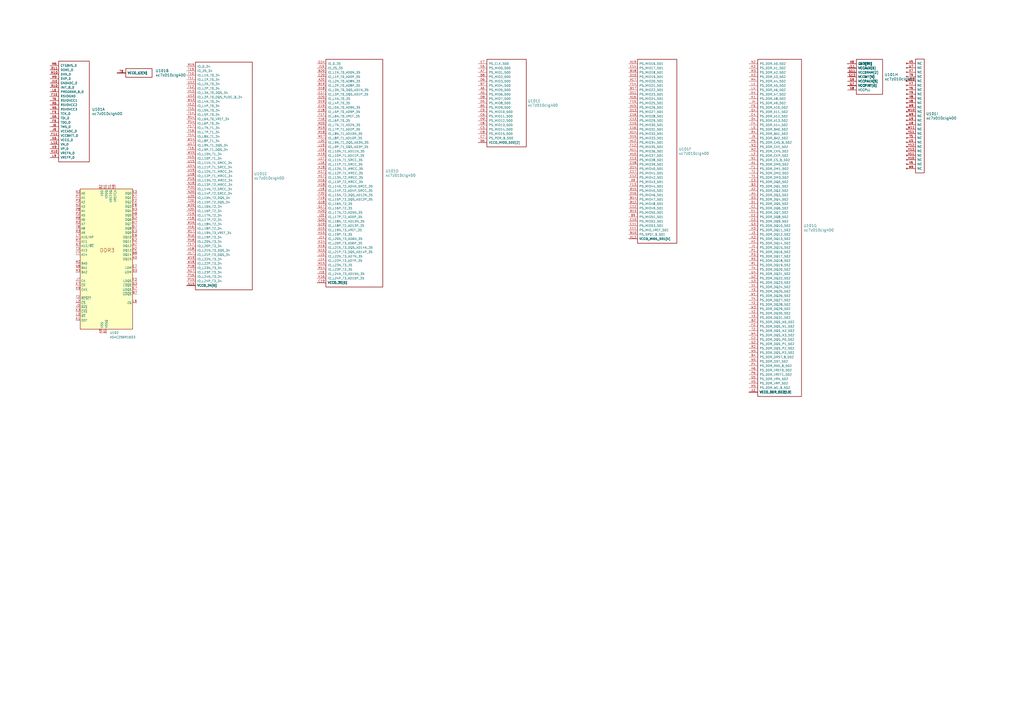
<source format=kicad_sch>
(kicad_sch (version 20230121) (generator eeschema)
  (paper "A2")
  (lib_symbols
    (symbol "Memory_RAM:AS4C256M16D3"
      (property "Reference" "U" (at -13.97 41.91 0))
      (property "Value" "AS4C256M16D3" (at 13.97 41.91 0))
      (symbol "AS4C256M16D3_0_1"
        (rectangle (start -15.24 -40.64) (end 15.24 40.64) (stroke (width 0.254)) (fill (type background)))
        (pin power_in line (at 0 43.18 270) (length 2.54) (name "VDDQ") (number "A1"))
        (pin passive line (at 0 43.18 270) (length 2.54) hide (name "VDDQ") (number "A8"))
        (pin power_in line (at -2.54 -43.18 90) (length 2.54) (name "VSS") (number "A9"))
        (pin power_in line (at 0 -43.18 90) (length 2.54) (name "VSSQ") (number "B1"))
        (pin power_in line (at -2.54 43.18 270) (length 2.54) (name "VDD") (number "B2"))
        (pin passive line (at -2.54 -43.18 90) (length 2.54) hide (name "VSS") (number "B3"))
        (pin passive line (at 0 -43.18 90) (length 2.54) hide (name "VSSQ") (number "B9"))
        (pin passive line (at 0 43.18 270) (length 2.54) hide (name "VDDQ") (number "C1"))
        (pin passive line (at 0 43.18 270) (length 2.54) hide (name "VDDQ") (number "C9"))
        (pin passive line (at 0 -43.18 90) (length 2.54) hide (name "VSSQ") (number "D1"))
        (pin passive line (at 0 43.18 270) (length 2.54) hide (name "VDDQ") (number "D2"))
        (pin passive line (at 0 -43.18 90) (length 2.54) hide (name "VSSQ") (number "D8"))
        (pin passive line (at -2.54 43.18 270) (length 2.54) hide (name "VDD") (number "D9"))
        (pin passive line (at -2.54 -43.18 90) (length 2.54) hide (name "VSS") (number "E1"))
        (pin passive line (at 0 -43.18 90) (length 2.54) hide (name "VSSQ") (number "E2"))
        (pin bidirectional line (at 17.78 38.1 180) (length 2.54) (name "DQ0") (number "E3"))
        (pin passive line (at 0 -43.18 90) (length 2.54) hide (name "VSSQ") (number "E8"))
        (pin passive line (at 0 43.18 270) (length 2.54) hide (name "VDDQ") (number "E9"))
        (pin passive line (at 0 43.18 270) (length 2.54) hide (name "VDDQ") (number "F1"))
        (pin bidirectional line (at 17.78 33.02 180) (length 2.54) (name "DQ2") (number "F2"))
        (pin bidirectional line (at 17.78 35.56 180) (length 2.54) (name "DQ1") (number "F7"))
        (pin bidirectional line (at 17.78 30.48 180) (length 2.54) (name "DQ3") (number "F8"))
        (pin passive line (at 0 -43.18 90) (length 2.54) hide (name "VSSQ") (number "F9"))
        (pin passive line (at 0 -43.18 90) (length 2.54) hide (name "VSSQ") (number "G1"))
        (pin bidirectional line (at 17.78 22.86 180) (length 2.54) (name "DQ6") (number "G2"))
        (pin passive line (at -2.54 43.18 270) (length 2.54) hide (name "VDD") (number "G7"))
        (pin passive line (at -2.54 -43.18 90) (length 2.54) hide (name "VSS") (number "G8"))
        (pin passive line (at 0 -43.18 90) (length 2.54) hide (name "VSSQ") (number "G9"))
        (pin power_in line (at 2.54 43.18 270) (length 2.54) (name "VREFDQ") (number "H1"))
        (pin passive line (at 0 43.18 270) (length 2.54) hide (name "VDDQ") (number "H2"))
        (pin bidirectional line (at 17.78 27.94 180) (length 2.54) (name "DQ4") (number "H3"))
        (pin bidirectional line (at 17.78 20.32 180) (length 2.54) (name "DQ7") (number "H7"))
        (pin bidirectional line (at 17.78 25.4 180) (length 2.54) (name "DQ5") (number "H8"))
        (pin passive line (at 0 43.18 270) (length 2.54) hide (name "VDDQ") (number "H9"))
        (pin passive line (at -2.54 -43.18 90) (length 2.54) hide (name "VSS") (number "J2"))
        (pin passive line (at -2.54 -43.18 90) (length 2.54) hide (name "VSS") (number "J8"))
        (pin passive line (at -2.54 43.18 270) (length 2.54) hide (name "VDD") (number "K2"))
        (pin passive line (at -2.54 43.18 270) (length 2.54) hide (name "VDD") (number "K8"))
        (pin input line (at -17.78 -25.4 0) (length 2.54) (name "~{CS}") (number "L2"))
        (pin input line (at -17.78 12.7 0) (length 2.54) (name "A10/AP") (number "L7"))
        (pin passive line (at -2.54 -43.18 90) (length 2.54) hide (name "VSS") (number "M1"))
        (pin passive line (at -2.54 -43.18 90) (length 2.54) hide (name "VSS") (number "M9"))
        (pin passive line (at -2.54 43.18 270) (length 2.54) hide (name "VDD") (number "N1"))
        (pin input line (at -17.78 30.48 0) (length 2.54) (name "A3") (number "N2"))
        (pin input line (at -17.78 38.1 0) (length 2.54) (name "A0") (number "N3"))
        (pin input line (at -17.78 7.62 0) (length 2.54) (name "A12/~{BC}") (number "N7"))
        (pin passive line (at -2.54 43.18 270) (length 2.54) hide (name "VDD") (number "N9"))
        (pin passive line (at -2.54 -43.18 90) (length 2.54) hide (name "VSS") (number "P1"))
        (pin input line (at -17.78 25.4 0) (length 2.54) (name "A5") (number "P2"))
        (pin input line (at -17.78 33.02 0) (length 2.54) (name "A2") (number "P3"))
        (pin input line (at -17.78 35.56 0) (length 2.54) (name "A1") (number "P7"))
        (pin input line (at -17.78 27.94 0) (length 2.54) (name "A4") (number "P8"))
        (pin passive line (at -2.54 -43.18 90) (length 2.54) hide (name "VSS") (number "P9"))
        (pin passive line (at -2.54 43.18 270) (length 2.54) hide (name "VDD") (number "R1"))
        (pin input line (at -17.78 20.32 0) (length 2.54) (name "A7") (number "R2"))
        (pin input line (at -17.78 15.24 0) (length 2.54) (name "A9") (number "R3"))
        (pin input line (at -17.78 10.16 0) (length 2.54) (name "A11") (number "R7"))
        (pin input line (at -17.78 22.86 0) (length 2.54) (name "A6") (number "R8"))
        (pin passive line (at -2.54 43.18 270) (length 2.54) hide (name "VDD") (number "R9"))
        (pin passive line (at -2.54 -43.18 90) (length 2.54) hide (name "VSS") (number "T1"))
        (pin input line (at -17.78 -22.86 0) (length 2.54) (name "~{RESET}") (number "T2"))
        (pin input line (at -17.78 5.08 0) (length 2.54) (name "A13") (number "T3"))
        (pin input line (at -17.78 2.54 0) (length 2.54) (name "A14") (number "T7"))
        (pin input line (at -17.78 17.78 0) (length 2.54) (name "A8") (number "T8"))
        (pin passive line (at -2.54 -43.18 90) (length 2.54) hide (name "VSS") (number "T9"))
      )
      (symbol "AS4C256M16D3_1_1"
        (text "DDR3" (at -3.81 3.81 0) (effects (font (size 2.1336 2.1336)) (justify left bottom)))
        (pin bidirectional line (at 17.78 5.08 180) (length 2.54) (name "DQ13") (number "A2"))
        (pin bidirectional line (at 17.78 0 180) (length 2.54) (name "DQ15") (number "A3"))
        (pin bidirectional line (at 17.78 7.62 180) (length 2.54) (name "DQ12") (number "A7"))
        (pin bidirectional line (at 17.78 -20.32 180) (length 2.54) (name "~{UDQS}") (number "B7"))
        (pin bidirectional line (at 17.78 2.54 180) (length 2.54) (name "DQ14") (number "B8"))
        (pin bidirectional line (at 17.78 10.16 180) (length 2.54) (name "DQ11") (number "C2"))
        (pin bidirectional line (at 17.78 15.24 180) (length 2.54) (name "DQ9") (number "C3"))
        (pin bidirectional line (at 17.78 -17.78 180) (length 2.54) (name "UDQS") (number "C7"))
        (pin bidirectional line (at 17.78 12.7 180) (length 2.54) (name "DQ10") (number "C8"))
        (pin input line (at 17.78 -7.62 180) (length 2.54) (name "UDM") (number "D3"))
        (pin bidirectional line (at 17.78 17.78 180) (length 2.54) (name "DQ8") (number "D7"))
        (pin input line (at 17.78 -5.08 180) (length 2.54) (name "LDM") (number "E7"))
        (pin bidirectional line (at 17.78 -12.7 180) (length 2.54) (name "LDQS") (number "F3"))
        (pin bidirectional line (at 17.78 -15.24 180) (length 2.54) (name "~{LDQS}") (number "G3"))
        (pin no_connect line (at 15.24 -27.94 180) (length 2.54) hide (name "NC") (number "J1"))
        (pin input line (at -17.78 -27.94 0) (length 2.54) (name "~{RAS}") (number "J3"))
        (pin input line (at -17.78 -12.7 0) (length 2.54) (name "CK") (number "J7"))
        (pin no_connect line (at 15.24 -30.48 180) (length 2.54) hide (name "NC") (number "J9"))
        (pin input line (at -17.78 -35.56 0) (length 2.54) (name "ODT") (number "K1"))
        (pin input line (at -17.78 -30.48 0) (length 2.54) (name "~{CAS}") (number "K3"))
        (pin input line (at -17.78 -15.24 0) (length 2.54) (name "~{CK}") (number "K7"))
        (pin input line (at -17.78 -17.78 0) (length 2.54) (name "CKE") (number "K9"))
        (pin no_connect line (at 15.24 -33.02 180) (length 2.54) hide (name "NC") (number "L1"))
        (pin input line (at -17.78 -33.02 0) (length 2.54) (name "~{WE}") (number "L3"))
        (pin input line (at 17.78 -25.4 180) (length 2.54) (name "ZQ") (number "L8"))
        (pin no_connect line (at 15.24 -35.56 180) (length 2.54) hide (name "NC") (number "L9"))
        (pin input line (at -17.78 -2.54 0) (length 2.54) (name "BA0") (number "M2"))
        (pin input line (at -17.78 -7.62 0) (length 2.54) (name "BA2") (number "M3"))
        (pin no_connect line (at 15.24 -38.1 180) (length 2.54) hide (name "NC") (number "M7"))
        (pin power_in line (at 5.08 43.18 270) (length 2.54) (name "VREFCA") (number "M8"))
        (pin input line (at -17.78 -5.08 0) (length 2.54) (name "BA1") (number "N8"))
      )
    )
    (symbol "assorted:xc7z010clg400" (pin_names (offset 1.016))
      (property "Reference" "U" (at 5.08 5.08 0))
      (property "Value" "xc7z010clg400" (at 11.43 5.08 0))
      (symbol "xc7z010clg400_1_1"
        (rectangle (start 5.08 2.54) (end 22.86 -55.88) (stroke (width 0.3048)))
        (pin power_in line (at 0 -17.78 0) (length 5.08) (name "RSVDGND") (number "F10"))
        (pin power_in line (at 0 -40.64 0) (length 5.08) (name "VCCBATT_0") (number "F11"))
        (pin output line (at 0 -33.02 0) (length 5.08) (name "TDO_0") (number "F6"))
        (pin input line (at 0 -27.94 0) (length 5.08) (name "TCK_0") (number "F9"))
        (pin input line (at 0 -30.48 0) (length 5.08) (name "TDI_0") (number "G6"))
        (pin power_in line (at 0 -10.16 0) (length 5.08) (name "GNDADC_0") (number "J10"))
        (pin input line (at 0 -35.56 0) (length 5.08) (name "TMS_0") (number "J6"))
        (pin power_in line (at 0 -38.1 0) (length 5.08) (name "VCCADC_0") (number "J9"))
        (pin input line (at 0 -50.8 0) (length 5.08) (name "VREFN_0") (number "K10"))
        (pin power_in line (at 0 -43.18 0) (length 5.08) (name "VCCO_0") (number "K6"))
        (pin input line (at 0 -48.26 0) (length 5.08) (name "VP_0") (number "K9"))
        (pin input line (at 0 -45.72 0) (length 5.08) (name "VN_0") (number "L10"))
        (pin input line (at 0 -15.24 0) (length 5.08) (name "PROGRAM_B_0") (number "L6"))
        (pin input line (at 0 -53.34 0) (length 5.08) (name "VREFP_0") (number "L9"))
        (pin passive line (at 0 -5.08 0) (length 5.08) (name "DXN_0") (number "M10"))
        (pin input line (at 0 0 0) (length 5.08) (name "CFGBVS_0") (number "M6"))
        (pin passive line (at 0 -7.62 0) (length 5.08) (name "DXP_0") (number "M9"))
        (pin power_in line (at 0 -25.4 0) (length 5.08) (name "RSVDVCC3") (number "N6"))
        (pin input line (at 0 -12.7 0) (length 5.08) (name "INIT_B_0") (number "R10"))
        (pin output line (at 0 -2.54 0) (length 5.08) (name "DONE_0") (number "R11"))
        (pin power_in line (at 0 -22.86 0) (length 5.08) (name "RSVDVCC2") (number "R6"))
        (pin power_in line (at 0 -20.32 0) (length 5.08) (name "RSVDVCC1") (number "T6"))
      )
      (symbol "xc7z010clg400_2_1"
        (rectangle (start 5.08 2.54) (end 20.32 -2.54) (stroke (width 0.3048)))
        (pin power_in line (at 0 0 0) (length 5.08) (name "VCCO_13[4]") (number "T8"))
        (pin power_in line (at 0 0 0) (length 5.08) (name "VCCO_13[4]") (number "U11"))
        (pin power_in line (at 0 0 0) (length 5.08) (name "VCCO_13[4]") (number "W7"))
        (pin power_in line (at 0 0 0) (length 5.08) (name "VCCO_13[4]") (number "Y10"))
      )
      (symbol "xc7z010clg400_3_1"
        (rectangle (start 5.08 2.54) (end 38.1 -129.54) (stroke (width 0.3048)))
        (pin bidirectional line (at 0 -119.38 0) (length 5.08) (name "IO_L23P_T3_34") (number "N17"))
        (pin bidirectional line (at 0 -68.58 0) (length 5.08) (name "IO_L13P_T2_MRCC_34") (number "N18"))
        (pin power_in line (at 0 -127 0) (length 5.08) (name "VCCO_34[6]") (number "N19"))
        (pin bidirectional line (at 0 -73.66 0) (length 5.08) (name "IO_L14P_T2_SRCC_34") (number "N20"))
        (pin bidirectional line (at 0 -33.02 0) (length 5.08) (name "IO_L6P_T0_34") (number "P14"))
        (pin bidirectional line (at 0 -124.46 0) (length 5.08) (name "IO_L24P_T3_34") (number "P15"))
        (pin bidirectional line (at 0 -121.92 0) (length 5.08) (name "IO_L24N_T3_34") (number "P16"))
        (pin bidirectional line (at 0 -116.84 0) (length 5.08) (name "IO_L23N_T3_34") (number "P18"))
        (pin bidirectional line (at 0 -66.04 0) (length 5.08) (name "IO_L13N_T2_MRCC_34") (number "P19"))
        (pin bidirectional line (at 0 -71.12 0) (length 5.08) (name "IO_L14N_T2_SRCC_34") (number "P20"))
        (pin bidirectional line (at 0 -30.48 0) (length 5.08) (name "IO_L6N_T0_VREF_34") (number "R14"))
        (pin power_in line (at 0 -127 0) (length 5.08) (name "VCCO_34[6]") (number "R15"))
        (pin bidirectional line (at 0 -99.06 0) (length 5.08) (name "IO_L19P_T3_34") (number "R16"))
        (pin bidirectional line (at 0 -96.52 0) (length 5.08) (name "IO_L19N_T3_VREF_34") (number "R17"))
        (pin bidirectional line (at 0 -101.6 0) (length 5.08) (name "IO_L20N_T3_34") (number "R18"))
        (pin bidirectional line (at 0 0 0) (length 5.08) (name "IO_0_34") (number "R19"))
        (pin bidirectional line (at 0 -5.08 0) (length 5.08) (name "IO_L1N_T0_34") (number "T10"))
        (pin bidirectional line (at 0 -7.62 0) (length 5.08) (name "IO_L1P_T0_34") (number "T11"))
        (pin bidirectional line (at 0 -12.7 0) (length 5.08) (name "IO_L2P_T0_34") (number "T12"))
        (pin bidirectional line (at 0 -27.94 0) (length 5.08) (name "IO_L5P_T0_34") (number "T14"))
        (pin bidirectional line (at 0 -25.4 0) (length 5.08) (name "IO_L5N_T0_34") (number "T15"))
        (pin bidirectional line (at 0 -48.26 0) (length 5.08) (name "IO_L9P_T1_DQS_34") (number "T16"))
        (pin bidirectional line (at 0 -104.14 0) (length 5.08) (name "IO_L20P_T3_34") (number "T17"))
        (pin power_in line (at 0 -127 0) (length 5.08) (name "VCCO_34[6]") (number "T18"))
        (pin bidirectional line (at 0 -2.54 0) (length 5.08) (name "IO_25_34") (number "T19"))
        (pin bidirectional line (at 0 -78.74 0) (length 5.08) (name "IO_L15P_T2_DQS_34") (number "T20"))
        (pin bidirectional line (at 0 -10.16 0) (length 5.08) (name "IO_L2N_T0_34") (number "U12"))
        (pin bidirectional line (at 0 -17.78 0) (length 5.08) (name "IO_L3P_T0_DQS_PUDC_B_34") (number "U13"))
        (pin bidirectional line (at 0 -58.42 0) (length 5.08) (name "IO_L11P_T1_SRCC_34") (number "U14"))
        (pin bidirectional line (at 0 -55.88 0) (length 5.08) (name "IO_L11N_T1_SRCC_34") (number "U15"))
        (pin bidirectional line (at 0 -45.72 0) (length 5.08) (name "IO_L9N_T1_DQS_34") (number "U17"))
        (pin bidirectional line (at 0 -63.5 0) (length 5.08) (name "IO_L12P_T1_MRCC_34") (number "U18"))
        (pin bidirectional line (at 0 -60.96 0) (length 5.08) (name "IO_L12N_T1_MRCC_34") (number "U19"))
        (pin bidirectional line (at 0 -76.2 0) (length 5.08) (name "IO_L15N_T2_DQS_34") (number "U20"))
        (pin bidirectional line (at 0 -22.86 0) (length 5.08) (name "IO_L4P_T0_34") (number "V12"))
        (pin bidirectional line (at 0 -15.24 0) (length 5.08) (name "IO_L3N_T0_DQS_34") (number "V13"))
        (pin power_in line (at 0 -127 0) (length 5.08) (name "VCCO_34[6]") (number "V14"))
        (pin bidirectional line (at 0 -53.34 0) (length 5.08) (name "IO_L10P_T1_34") (number "V15"))
        (pin bidirectional line (at 0 -93.98 0) (length 5.08) (name "IO_L18P_T2_34") (number "V16"))
        (pin bidirectional line (at 0 -109.22 0) (length 5.08) (name "IO_L21P_T3_DQS_34") (number "V17"))
        (pin bidirectional line (at 0 -106.68 0) (length 5.08) (name "IO_L21N_T3_DQS_34") (number "V18"))
        (pin bidirectional line (at 0 -83.82 0) (length 5.08) (name "IO_L16P_T2_34") (number "V20"))
        (pin bidirectional line (at 0 -20.32 0) (length 5.08) (name "IO_L4N_T0_34") (number "W13"))
        (pin bidirectional line (at 0 -43.18 0) (length 5.08) (name "IO_L8P_T1_34") (number "W14"))
        (pin bidirectional line (at 0 -50.8 0) (length 5.08) (name "IO_L10N_T1_34") (number "W15"))
        (pin bidirectional line (at 0 -91.44 0) (length 5.08) (name "IO_L18N_T2_34") (number "W16"))
        (pin power_in line (at 0 -127 0) (length 5.08) (name "VCCO_34[6]") (number "W17"))
        (pin bidirectional line (at 0 -114.3 0) (length 5.08) (name "IO_L22P_T3_34") (number "W18"))
        (pin bidirectional line (at 0 -111.76 0) (length 5.08) (name "IO_L22N_T3_34") (number "W19"))
        (pin bidirectional line (at 0 -81.28 0) (length 5.08) (name "IO_L16N_T2_34") (number "W20"))
        (pin bidirectional line (at 0 -40.64 0) (length 5.08) (name "IO_L8N_T1_34") (number "Y14"))
        (pin bidirectional line (at 0 -38.1 0) (length 5.08) (name "IO_L7P_T1_34") (number "Y16"))
        (pin bidirectional line (at 0 -35.56 0) (length 5.08) (name "IO_L7N_T1_34") (number "Y17"))
        (pin bidirectional line (at 0 -88.9 0) (length 5.08) (name "IO_L17P_T2_34") (number "Y18"))
        (pin bidirectional line (at 0 -86.36 0) (length 5.08) (name "IO_L17N_T2_34") (number "Y19"))
        (pin power_in line (at 0 -127 0) (length 5.08) (name "VCCO_34[6]") (number "Y20"))
      )
      (symbol "xc7z010clg400_4_1"
        (rectangle (start 5.08 2.54) (end 38.1 -129.54) (stroke (width 0.3048)))
        (pin bidirectional line (at 0 -10.16 0) (length 5.08) (name "IO_L2N_T0_AD8N_35") (number "A20"))
        (pin bidirectional line (at 0 -12.7 0) (length 5.08) (name "IO_L2P_T0_AD8P_35") (number "B19"))
        (pin bidirectional line (at 0 -5.08 0) (length 5.08) (name "IO_L1N_T0_AD0N_35") (number "B20"))
        (pin power_in line (at 0 -127 0) (length 5.08) (name "VCCO_35[6]") (number "C19"))
        (pin bidirectional line (at 0 -7.62 0) (length 5.08) (name "IO_L1P_T0_AD0P_35") (number "C20"))
        (pin bidirectional line (at 0 -15.24 0) (length 5.08) (name "IO_L3N_T0_DQS_AD1N_35") (number "D18"))
        (pin bidirectional line (at 0 -22.86 0) (length 5.08) (name "IO_L4P_T0_35") (number "D19"))
        (pin bidirectional line (at 0 -20.32 0) (length 5.08) (name "IO_L4N_T0_35") (number "D20"))
        (pin bidirectional line (at 0 -17.78 0) (length 5.08) (name "IO_L3P_T0_DQS_AD1P_35") (number "E17"))
        (pin bidirectional line (at 0 -27.94 0) (length 5.08) (name "IO_L5P_T0_AD9P_35") (number "E18"))
        (pin bidirectional line (at 0 -25.4 0) (length 5.08) (name "IO_L5N_T0_AD9N_35") (number "E19"))
        (pin bidirectional line (at 0 -33.02 0) (length 5.08) (name "IO_L6P_T0_35") (number "F16"))
        (pin bidirectional line (at 0 -30.48 0) (length 5.08) (name "IO_L6N_T0_VREF_35") (number "F17"))
        (pin power_in line (at 0 -127 0) (length 5.08) (name "VCCO_35[6]") (number "F18"))
        (pin bidirectional line (at 0 -78.74 0) (length 5.08) (name "IO_L15P_T2_DQS_AD12P_35") (number "F19"))
        (pin bidirectional line (at 0 -76.2 0) (length 5.08) (name "IO_L15N_T2_DQS_AD12N_35") (number "F20"))
        (pin bidirectional line (at 0 0 0) (length 5.08) (name "IO_0_35") (number "G14"))
        (pin bidirectional line (at 0 -96.52 0) (length 5.08) (name "IO_L19N_T3_VREF_35") (number "G15"))
        (pin bidirectional line (at 0 -83.82 0) (length 5.08) (name "IO_L16P_T2_35") (number "G17"))
        (pin bidirectional line (at 0 -81.28 0) (length 5.08) (name "IO_L16N_T2_35") (number "G18"))
        (pin bidirectional line (at 0 -93.98 0) (length 5.08) (name "IO_L18P_T2_AD13P_35") (number "G19"))
        (pin bidirectional line (at 0 -91.44 0) (length 5.08) (name "IO_L18N_T2_AD13N_35") (number "G20"))
        (pin power_in line (at 0 -127 0) (length 5.08) (name "VCCO_35[6]") (number "H14"))
        (pin bidirectional line (at 0 -99.06 0) (length 5.08) (name "IO_L19P_T3_35") (number "H15"))
        (pin bidirectional line (at 0 -68.58 0) (length 5.08) (name "IO_L13P_T2_MRCC_35") (number "H16"))
        (pin bidirectional line (at 0 -66.04 0) (length 5.08) (name "IO_L13N_T2_MRCC_35") (number "H17"))
        (pin bidirectional line (at 0 -71.12 0) (length 5.08) (name "IO_L14N_T2_AD4N_SRCC_35") (number "H18"))
        (pin bidirectional line (at 0 -86.36 0) (length 5.08) (name "IO_L17N_T2_AD5N_35") (number "H20"))
        (pin bidirectional line (at 0 -101.6 0) (length 5.08) (name "IO_L20N_T3_AD6N_35") (number "J14"))
        (pin bidirectional line (at 0 -2.54 0) (length 5.08) (name "IO_25_35") (number "J15"))
        (pin bidirectional line (at 0 -121.92 0) (length 5.08) (name "IO_L24N_T3_AD15N_35") (number "J16"))
        (pin power_in line (at 0 -127 0) (length 5.08) (name "VCCO_35[6]") (number "J17"))
        (pin bidirectional line (at 0 -73.66 0) (length 5.08) (name "IO_L14P_T2_AD4P_SRCC_35") (number "J18"))
        (pin bidirectional line (at 0 -50.8 0) (length 5.08) (name "IO_L10N_T1_AD11N_35") (number "J19"))
        (pin bidirectional line (at 0 -88.9 0) (length 5.08) (name "IO_L17P_T2_AD5P_35") (number "J20"))
        (pin bidirectional line (at 0 -104.14 0) (length 5.08) (name "IO_L20P_T3_AD6P_35") (number "K14"))
        (pin bidirectional line (at 0 -124.46 0) (length 5.08) (name "IO_L24P_T3_AD15P_35") (number "K16"))
        (pin bidirectional line (at 0 -63.5 0) (length 5.08) (name "IO_L12P_T1_MRCC_35") (number "K17"))
        (pin bidirectional line (at 0 -60.96 0) (length 5.08) (name "IO_L12N_T1_MRCC_35") (number "K18"))
        (pin bidirectional line (at 0 -53.34 0) (length 5.08) (name "IO_L10P_T1_AD11P_35") (number "K19"))
        (pin power_in line (at 0 -127 0) (length 5.08) (name "VCCO_35[6]") (number "K20"))
        (pin bidirectional line (at 0 -114.3 0) (length 5.08) (name "IO_L22P_T3_AD7P_35") (number "L14"))
        (pin bidirectional line (at 0 -111.76 0) (length 5.08) (name "IO_L22N_T3_AD7N_35") (number "L15"))
        (pin bidirectional line (at 0 -58.42 0) (length 5.08) (name "IO_L11P_T1_SRCC_35") (number "L16"))
        (pin bidirectional line (at 0 -55.88 0) (length 5.08) (name "IO_L11N_T1_SRCC_35") (number "L17"))
        (pin bidirectional line (at 0 -48.26 0) (length 5.08) (name "IO_L9P_T1_DQS_AD3P_35") (number "L19"))
        (pin bidirectional line (at 0 -45.72 0) (length 5.08) (name "IO_L9N_T1_DQS_AD3N_35") (number "L20"))
        (pin bidirectional line (at 0 -119.38 0) (length 5.08) (name "IO_L23P_T3_35") (number "M14"))
        (pin bidirectional line (at 0 -116.84 0) (length 5.08) (name "IO_L23N_T3_35") (number "M15"))
        (pin power_in line (at 0 -127 0) (length 5.08) (name "VCCO_35[6]") (number "M16"))
        (pin bidirectional line (at 0 -43.18 0) (length 5.08) (name "IO_L8P_T1_AD10P_35") (number "M17"))
        (pin bidirectional line (at 0 -40.64 0) (length 5.08) (name "IO_L8N_T1_AD10N_35") (number "M18"))
        (pin bidirectional line (at 0 -38.1 0) (length 5.08) (name "IO_L7P_T1_AD2P_35") (number "M19"))
        (pin bidirectional line (at 0 -35.56 0) (length 5.08) (name "IO_L7N_T1_AD2N_35") (number "M20"))
        (pin bidirectional line (at 0 -109.22 0) (length 5.08) (name "IO_L21P_T3_DQS_AD14P_35") (number "N15"))
        (pin bidirectional line (at 0 -106.68 0) (length 5.08) (name "IO_L21N_T3_DQS_AD14N_35") (number "N16"))
      )
      (symbol "xc7z010clg400_5_1"
        (rectangle (start 5.08 2.54) (end 27.94 -48.26) (stroke (width 0.3048)))
        (pin bidirectional line (at 0 -17.78 0) (length 5.08) (name "PS_MIO6_500") (number "A5"))
        (pin bidirectional line (at 0 -15.24 0) (length 5.08) (name "PS_MIO5_500") (number "A6"))
        (pin bidirectional line (at 0 -5.08 0) (length 5.08) (name "PS_MIO1_500") (number "A7"))
        (pin bidirectional line (at 0 -25.4 0) (length 5.08) (name "PS_MIO9_500") (number "B5"))
        (pin power_in line (at 0 -45.72 0) (length 5.08) (name "VCCO_MIO0_500[2]") (number "B6"))
        (pin bidirectional line (at 0 -12.7 0) (length 5.08) (name "PS_MIO4_500") (number "B7"))
        (pin bidirectional line (at 0 -7.62 0) (length 5.08) (name "PS_MIO2_500") (number "B8"))
        (pin bidirectional line (at 0 -38.1 0) (length 5.08) (name "PS_MIO14_500") (number "C5"))
        (pin bidirectional line (at 0 -30.48 0) (length 5.08) (name "PS_MIO11_500") (number "C6"))
        (pin input line (at 0 -43.18 0) (length 5.08) (name "PS_POR_B_500") (number "C7"))
        (pin bidirectional line (at 0 -40.64 0) (length 5.08) (name "PS_MIO15_500") (number "C8"))
        (pin bidirectional line (at 0 -22.86 0) (length 5.08) (name "PS_MIO8_500") (number "D5"))
        (pin bidirectional line (at 0 -10.16 0) (length 5.08) (name "PS_MIO3_500") (number "D6"))
        (pin power_in line (at 0 -45.72 0) (length 5.08) (name "VCCO_MIO0_500[2]") (number "D7"))
        (pin bidirectional line (at 0 -20.32 0) (length 5.08) (name "PS_MIO7_500") (number "D8"))
        (pin bidirectional line (at 0 -33.02 0) (length 5.08) (name "PS_MIO12_500") (number "D9"))
        (pin bidirectional line (at 0 -2.54 0) (length 5.08) (name "PS_MIO0_500") (number "E6"))
        (pin input line (at 0 0 0) (length 5.08) (name "PS_CLK_500") (number "E7"))
        (pin bidirectional line (at 0 -35.56 0) (length 5.08) (name "PS_MIO13_500") (number "E8"))
        (pin bidirectional line (at 0 -27.94 0) (length 5.08) (name "PS_MIO10_500") (number "E9"))
      )
      (symbol "xc7z010clg400_6_1"
        (rectangle (start 5.08 2.54) (end 27.94 -104.14) (stroke (width 0.3048)))
        (pin bidirectional line (at 0 -53.34 0) (length 5.08) (name "PS_MIO37_501") (number "A10"))
        (pin bidirectional line (at 0 -50.8 0) (length 5.08) (name "PS_MIO36_501") (number "A11"))
        (pin bidirectional line (at 0 -45.72 0) (length 5.08) (name "PS_MIO34_501") (number "A12"))
        (pin power_in line (at 0 -101.6 0) (length 5.08) (name "VCCO_MIO1_501[4]") (number "A13"))
        (pin bidirectional line (at 0 -40.64 0) (length 5.08) (name "PS_MIO32_501") (number "A14"))
        (pin bidirectional line (at 0 -25.4 0) (length 5.08) (name "PS_MIO26_501") (number "A15"))
        (pin bidirectional line (at 0 -20.32 0) (length 5.08) (name "PS_MIO24_501") (number "A16"))
        (pin bidirectional line (at 0 -10.16 0) (length 5.08) (name "PS_MIO20_501") (number "A17"))
        (pin bidirectional line (at 0 0 0) (length 5.08) (name "PS_MIO16_501") (number "A19"))
        (pin bidirectional line (at 0 -68.58 0) (length 5.08) (name "PS_MIO43_501") (number "A9"))
        (pin input line (at 0 -99.06 0) (length 5.08) (name "PS_SRST_B_501") (number "B10"))
        (pin bidirectional line (at 0 -81.28 0) (length 5.08) (name "PS_MIO48_501") (number "B12"))
        (pin bidirectional line (at 0 -86.36 0) (length 5.08) (name "PS_MIO50_501") (number "B13"))
        (pin bidirectional line (at 0 -78.74 0) (length 5.08) (name "PS_MIO47_501") (number "B14"))
        (pin bidirectional line (at 0 -73.66 0) (length 5.08) (name "PS_MIO45_501") (number "B15"))
        (pin power_in line (at 0 -101.6 0) (length 5.08) (name "VCCO_MIO1_501[4]") (number "B16"))
        (pin bidirectional line (at 0 -15.24 0) (length 5.08) (name "PS_MIO22_501") (number "B17"))
        (pin bidirectional line (at 0 -5.08 0) (length 5.08) (name "PS_MIO18_501") (number "B18"))
        (pin bidirectional line (at 0 -88.9 0) (length 5.08) (name "PS_MIO51_501") (number "B9"))
        (pin bidirectional line (at 0 -91.44 0) (length 5.08) (name "PS_MIO52_501") (number "C10"))
        (pin bidirectional line (at 0 -93.98 0) (length 5.08) (name "PS_MIO53_501") (number "C11"))
        (pin bidirectional line (at 0 -83.82 0) (length 5.08) (name "PS_MIO49_501") (number "C12"))
        (pin bidirectional line (at 0 -33.02 0) (length 5.08) (name "PS_MIO29_501") (number "C13"))
        (pin bidirectional line (at 0 -35.56 0) (length 5.08) (name "PS_MIO30_501") (number "C15"))
        (pin bidirectional line (at 0 -30.48 0) (length 5.08) (name "PS_MIO28_501") (number "C16"))
        (pin bidirectional line (at 0 -63.5 0) (length 5.08) (name "PS_MIO41_501") (number "C17"))
        (pin bidirectional line (at 0 -58.42 0) (length 5.08) (name "PS_MIO39_501") (number "C18"))
        (pin bidirectional line (at 0 -7.62 0) (length 5.08) (name "PS_MIO19_501") (number "D10"))
        (pin bidirectional line (at 0 -17.78 0) (length 5.08) (name "PS_MIO23_501") (number "D11"))
        (pin power_in line (at 0 -101.6 0) (length 5.08) (name "VCCO_MIO1_501[4]") (number "D12"))
        (pin bidirectional line (at 0 -27.94 0) (length 5.08) (name "PS_MIO27_501") (number "D13"))
        (pin bidirectional line (at 0 -60.96 0) (length 5.08) (name "PS_MIO40_501") (number "D14"))
        (pin bidirectional line (at 0 -43.18 0) (length 5.08) (name "PS_MIO33_501") (number "D15"))
        (pin bidirectional line (at 0 -76.2 0) (length 5.08) (name "PS_MIO46_501") (number "D16"))
        (pin power_in line (at 0 -96.52 0) (length 5.08) (name "PS_MIO_VREF_501") (number "E11"))
        (pin bidirectional line (at 0 -66.04 0) (length 5.08) (name "PS_MIO42_501") (number "E12"))
        (pin bidirectional line (at 0 -55.88 0) (length 5.08) (name "PS_MIO38_501") (number "E13"))
        (pin bidirectional line (at 0 -2.54 0) (length 5.08) (name "PS_MIO17_501") (number "E14"))
        (pin power_in line (at 0 -101.6 0) (length 5.08) (name "VCCO_MIO1_501[4]") (number "E15"))
        (pin bidirectional line (at 0 -38.1 0) (length 5.08) (name "PS_MIO31_501") (number "E16"))
        (pin bidirectional line (at 0 -48.26 0) (length 5.08) (name "PS_MIO35_501") (number "F12"))
        (pin bidirectional line (at 0 -71.12 0) (length 5.08) (name "PS_MIO44_501") (number "F13"))
        (pin bidirectional line (at 0 -12.7 0) (length 5.08) (name "PS_MIO21_501") (number "F14"))
        (pin bidirectional line (at 0 -22.86 0) (length 5.08) (name "PS_MIO25_501") (number "F15"))
      )
      (symbol "xc7z010clg400_7_1"
        (rectangle (start 5.08 2.54) (end 30.48 -193.04) (stroke (width 0.3048)))
        (pin output line (at 0 -58.42 0) (length 5.08) (name "PS_DDR_DM0_502") (number "A1"))
        (pin bidirectional line (at 0 -73.66 0) (length 5.08) (name "PS_DDR_DQ2_502") (number "A2"))
        (pin power_in line (at 0 -190.5 0) (length 5.08) (name "VCCO_DDR_502[10]") (number "A3"))
        (pin bidirectional line (at 0 -76.2 0) (length 5.08) (name "PS_DDR_DQ3_502") (number "A4"))
        (pin bidirectional line (at 0 -149.86 0) (length 5.08) (name "PS_DDR_DQS_N0_502") (number "B2"))
        (pin bidirectional line (at 0 -71.12 0) (length 5.08) (name "PS_DDR_DQ1_502") (number "B3"))
        (pin output line (at 0 -170.18 0) (length 5.08) (name "PS_DDR_DRST_B_502") (number "B4"))
        (pin bidirectional line (at 0 -83.82 0) (length 5.08) (name "PS_DDR_DQ6_502") (number "C1"))
        (pin bidirectional line (at 0 -160.02 0) (length 5.08) (name "PS_DDR_DQS_P0_502") (number "C2"))
        (pin bidirectional line (at 0 -68.58 0) (length 5.08) (name "PS_DDR_DQ0_502") (number "C3"))
        (pin bidirectional line (at 0 -81.28 0) (length 5.08) (name "PS_DDR_DQ5_502") (number "D1"))
        (pin power_in line (at 0 -190.5 0) (length 5.08) (name "VCCO_DDR_502[10]") (number "D2"))
        (pin bidirectional line (at 0 -78.74 0) (length 5.08) (name "PS_DDR_DQ4_502") (number "D3"))
        (pin output line (at 0 -33.02 0) (length 5.08) (name "PS_DDR_A13_502") (number "D4"))
        (pin bidirectional line (at 0 -86.36 0) (length 5.08) (name "PS_DDR_DQ7_502") (number "E1"))
        (pin bidirectional line (at 0 -88.9 0) (length 5.08) (name "PS_DDR_DQ8_502") (number "E2"))
        (pin bidirectional line (at 0 -91.44 0) (length 5.08) (name "PS_DDR_DQ9_502") (number "E3"))
        (pin output line (at 0 -30.48 0) (length 5.08) (name "PS_DDR_A12_502") (number "E4"))
        (pin power_in line (at 0 -190.5 0) (length 5.08) (name "VCCO_DDR_502[10]") (number "E5"))
        (pin output line (at 0 -60.96 0) (length 5.08) (name "PS_DDR_DM1_502") (number "F1"))
        (pin bidirectional line (at 0 -152.4 0) (length 5.08) (name "PS_DDR_DQS_N1_502") (number "F2"))
        (pin output line (at 0 -35.56 0) (length 5.08) (name "PS_DDR_A14_502") (number "F4"))
        (pin output line (at 0 -25.4 0) (length 5.08) (name "PS_DDR_A10_502") (number "F5"))
        (pin power_in line (at 0 -190.5 0) (length 5.08) (name "VCCO_DDR_502[10]") (number "G1"))
        (pin bidirectional line (at 0 -162.56 0) (length 5.08) (name "PS_DDR_DQS_P1_502") (number "G2"))
        (pin bidirectional line (at 0 -93.98 0) (length 5.08) (name "PS_DDR_DQ10_502") (number "G3"))
        (pin output line (at 0 -27.94 0) (length 5.08) (name "PS_DDR_A11_502") (number "G4"))
        (pin power_out line (at 0 -182.88 0) (length 5.08) (name "PS_DDR_VRN_502") (number "G5"))
        (pin bidirectional line (at 0 -104.14 0) (length 5.08) (name "PS_DDR_DQ14_502") (number "H1"))
        (pin bidirectional line (at 0 -101.6 0) (length 5.08) (name "PS_DDR_DQ13_502") (number "H2"))
        (pin bidirectional line (at 0 -96.52 0) (length 5.08) (name "PS_DDR_DQ11_502") (number "H3"))
        (pin power_in line (at 0 -190.5 0) (length 5.08) (name "VCCO_DDR_502[10]") (number "H4"))
        (pin power_out line (at 0 -185.42 0) (length 5.08) (name "PS_DDR_VRP_502") (number "H5"))
        (pin power_in line (at 0 -177.8 0) (length 5.08) (name "PS_DDR_VREF0_502") (number "H6"))
        (pin bidirectional line (at 0 -106.68 0) (length 5.08) (name "PS_DDR_DQ15_502") (number "J1"))
        (pin bidirectional line (at 0 -99.06 0) (length 5.08) (name "PS_DDR_DQ12_502") (number "J3"))
        (pin output line (at 0 -22.86 0) (length 5.08) (name "PS_DDR_A9_502") (number "J4"))
        (pin output line (at 0 -43.18 0) (length 5.08) (name "PS_DDR_BA2_502") (number "J5"))
        (pin output line (at 0 -20.32 0) (length 5.08) (name "PS_DDR_A8_502") (number "K1"))
        (pin output line (at 0 -2.54 0) (length 5.08) (name "PS_DDR_A1_502") (number "K2"))
        (pin output line (at 0 -7.62 0) (length 5.08) (name "PS_DDR_A3_502") (number "K3"))
        (pin output line (at 0 -17.78 0) (length 5.08) (name "PS_DDR_A7_502") (number "K4"))
        (pin output line (at 0 -12.7 0) (length 5.08) (name "PS_DDR_A5_502") (number "L1"))
        (pin output line (at 0 -53.34 0) (length 5.08) (name "PS_DDR_CKP_502") (number "L2"))
        (pin power_in line (at 0 -190.5 0) (length 5.08) (name "VCCO_DDR_502[10]") (number "L3"))
        (pin output line (at 0 -15.24 0) (length 5.08) (name "PS_DDR_A6_502") (number "L4"))
        (pin output line (at 0 -38.1 0) (length 5.08) (name "PS_DDR_BA0_502") (number "L5"))
        (pin output line (at 0 -50.8 0) (length 5.08) (name "PS_DDR_CKN_502") (number "M2"))
        (pin output line (at 0 -5.08 0) (length 5.08) (name "PS_DDR_A2_502") (number "M3"))
        (pin output line (at 0 -10.16 0) (length 5.08) (name "PS_DDR_A4_502") (number "M4"))
        (pin output line (at 0 -187.96 0) (length 5.08) (name "PS_DDR_WE_B_502") (number "M5"))
        (pin output line (at 0 -55.88 0) (length 5.08) (name "PS_DDR_CS_B_502") (number "N1"))
        (pin output line (at 0 0 0) (length 5.08) (name "PS_DDR_A0_502") (number "N2"))
        (pin output line (at 0 -48.26 0) (length 5.08) (name "PS_DDR_CKE_502") (number "N3"))
        (pin output line (at 0 -172.72 0) (length 5.08) (name "PS_DDR_ODT_502") (number "N5"))
        (pin bidirectional line (at 0 -109.22 0) (length 5.08) (name "PS_DDR_DQ16_502") (number "P1"))
        (pin power_in line (at 0 -190.5 0) (length 5.08) (name "VCCO_DDR_502[10]") (number "P2"))
        (pin bidirectional line (at 0 -111.76 0) (length 5.08) (name "PS_DDR_DQ17_502") (number "P3"))
        (pin output line (at 0 -175.26 0) (length 5.08) (name "PS_DDR_RAS_B_502") (number "P4"))
        (pin output line (at 0 -45.72 0) (length 5.08) (name "PS_DDR_CAS_B_502") (number "P5"))
        (pin power_in line (at 0 -180.34 0) (length 5.08) (name "PS_DDR_VREF1_502") (number "P6"))
        (pin bidirectional line (at 0 -116.84 0) (length 5.08) (name "PS_DDR_DQ19_502") (number "R1"))
        (pin bidirectional line (at 0 -165.1 0) (length 5.08) (name "PS_DDR_DQS_P2_502") (number "R2"))
        (pin bidirectional line (at 0 -114.3 0) (length 5.08) (name "PS_DDR_DQ18_502") (number "R3"))
        (pin output line (at 0 -40.64 0) (length 5.08) (name "PS_DDR_BA1_502") (number "R4"))
        (pin power_in line (at 0 -190.5 0) (length 5.08) (name "VCCO_DDR_502[10]") (number "R5"))
        (pin output line (at 0 -63.5 0) (length 5.08) (name "PS_DDR_DM2_502") (number "T1"))
        (pin bidirectional line (at 0 -154.94 0) (length 5.08) (name "PS_DDR_DQS_N2_502") (number "T2"))
        (pin bidirectional line (at 0 -119.38 0) (length 5.08) (name "PS_DDR_DQ20_502") (number "T4"))
        (pin power_in line (at 0 -190.5 0) (length 5.08) (name "VCCO_DDR_502[10]") (number "U1"))
        (pin bidirectional line (at 0 -124.46 0) (length 5.08) (name "PS_DDR_DQ22_502") (number "U2"))
        (pin bidirectional line (at 0 -127 0) (length 5.08) (name "PS_DDR_DQ23_502") (number "U3"))
        (pin bidirectional line (at 0 -121.92 0) (length 5.08) (name "PS_DDR_DQ21_502") (number "U4"))
        (pin bidirectional line (at 0 -129.54 0) (length 5.08) (name "PS_DDR_DQ24_502") (number "V1"))
        (pin bidirectional line (at 0 -144.78 0) (length 5.08) (name "PS_DDR_DQ30_502") (number "V2"))
        (pin bidirectional line (at 0 -147.32 0) (length 5.08) (name "PS_DDR_DQ31_502") (number "V3"))
        (pin power_in line (at 0 -190.5 0) (length 5.08) (name "VCCO_DDR_502[10]") (number "V4"))
        (pin bidirectional line (at 0 -134.62 0) (length 5.08) (name "PS_DDR_DQ26_502") (number "W1"))
        (pin bidirectional line (at 0 -142.24 0) (length 5.08) (name "PS_DDR_DQ29_502") (number "W3"))
        (pin bidirectional line (at 0 -157.48 0) (length 5.08) (name "PS_DDR_DQS_N3_502") (number "W4"))
        (pin bidirectional line (at 0 -167.64 0) (length 5.08) (name "PS_DDR_DQS_P3_502") (number "W5"))
        (pin output line (at 0 -66.04 0) (length 5.08) (name "PS_DDR_DM3_502") (number "Y1"))
        (pin bidirectional line (at 0 -139.7 0) (length 5.08) (name "PS_DDR_DQ28_502") (number "Y2"))
        (pin bidirectional line (at 0 -132.08 0) (length 5.08) (name "PS_DDR_DQ25_502") (number "Y3"))
        (pin bidirectional line (at 0 -137.16 0) (length 5.08) (name "PS_DDR_DQ27_502") (number "Y4"))
      )
      (symbol "xc7z010clg400_8_1"
        (rectangle (start 5.08 2.54) (end 20.32 -17.78) (stroke (width 0.3048)))
        (pin power_in line (at 0 0 0) (length 5.08) (name "GND[59]") (number "A18"))
        (pin power_in line (at 0 0 0) (length 5.08) (name "GND[59]") (number "A8"))
        (pin power_in line (at 0 0 0) (length 5.08) (name "GND[59]") (number "B1"))
        (pin power_in line (at 0 0 0) (length 5.08) (name "GND[59]") (number "B11"))
        (pin power_in line (at 0 0 0) (length 5.08) (name "GND[59]") (number "C14"))
        (pin power_in line (at 0 0 0) (length 5.08) (name "GND[59]") (number "C4"))
        (pin power_in line (at 0 0 0) (length 5.08) (name "GND[59]") (number "C9"))
        (pin power_in line (at 0 0 0) (length 5.08) (name "GND[59]") (number "D17"))
        (pin power_in line (at 0 0 0) (length 5.08) (name "GND[59]") (number "E10"))
        (pin power_in line (at 0 0 0) (length 5.08) (name "GND[59]") (number "E20"))
        (pin power_in line (at 0 0 0) (length 5.08) (name "GND[59]") (number "F3"))
        (pin power_in line (at 0 0 0) (length 5.08) (name "GND[59]") (number "F7"))
        (pin power_in line (at 0 -10.16 0) (length 5.08) (name "VCCPAUX[5]") (number "F8"))
        (pin power_in line (at 0 0 0) (length 5.08) (name "GND[59]") (number "G10"))
        (pin power_in line (at 0 -5.08 0) (length 5.08) (name "VCCBRAM[2]") (number "G11"))
        (pin power_in line (at 0 0 0) (length 5.08) (name "GND[59]") (number "G12"))
        (pin power_in line (at 0 -7.62 0) (length 5.08) (name "VCCINT[9]") (number "G13"))
        (pin power_in line (at 0 0 0) (length 5.08) (name "GND[59]") (number "G16"))
        (pin power_in line (at 0 -12.7 0) (length 5.08) (name "VCCPINT[6]") (number "G7"))
        (pin power_in line (at 0 -15.24 0) (length 5.08) (name "VCCPLL") (number "G8"))
        (pin power_in line (at 0 -10.16 0) (length 5.08) (name "VCCPAUX[5]") (number "G9"))
        (pin power_in line (at 0 -5.08 0) (length 5.08) (name "VCCBRAM[2]") (number "H10"))
        (pin power_in line (at 0 0 0) (length 5.08) (name "GND[59]") (number "H11"))
        (pin power_in line (at 0 -7.62 0) (length 5.08) (name "VCCINT[9]") (number "H12"))
        (pin power_in line (at 0 0 0) (length 5.08) (name "GND[59]") (number "H13"))
        (pin power_in line (at 0 0 0) (length 5.08) (name "GND[59]") (number "H19"))
        (pin power_in line (at 0 0 0) (length 5.08) (name "GND[59]") (number "H7"))
        (pin power_in line (at 0 -10.16 0) (length 5.08) (name "VCCPAUX[5]") (number "H8"))
        (pin power_in line (at 0 0 0) (length 5.08) (name "GND[59]") (number "H9"))
        (pin power_in line (at 0 -2.54 0) (length 5.08) (name "VCCAUX[6]") (number "J11"))
        (pin power_in line (at 0 0 0) (length 5.08) (name "GND[59]") (number "J12"))
        (pin power_in line (at 0 -7.62 0) (length 5.08) (name "VCCINT[9]") (number "J13"))
        (pin power_in line (at 0 0 0) (length 5.08) (name "GND[59]") (number "J2"))
        (pin power_in line (at 0 -12.7 0) (length 5.08) (name "VCCPINT[6]") (number "J7"))
        (pin power_in line (at 0 0 0) (length 5.08) (name "GND[59]") (number "J8"))
        (pin power_in line (at 0 0 0) (length 5.08) (name "GND[59]") (number "K11"))
        (pin power_in line (at 0 -7.62 0) (length 5.08) (name "VCCINT[9]") (number "K12"))
        (pin power_in line (at 0 0 0) (length 5.08) (name "GND[59]") (number "K13"))
        (pin power_in line (at 0 0 0) (length 5.08) (name "GND[59]") (number "K15"))
        (pin power_in line (at 0 0 0) (length 5.08) (name "GND[59]") (number "K5"))
        (pin power_in line (at 0 0 0) (length 5.08) (name "GND[59]") (number "K7"))
        (pin power_in line (at 0 -10.16 0) (length 5.08) (name "VCCPAUX[5]") (number "K8"))
        (pin power_in line (at 0 -2.54 0) (length 5.08) (name "VCCAUX[6]") (number "L11"))
        (pin power_in line (at 0 0 0) (length 5.08) (name "GND[59]") (number "L12"))
        (pin power_in line (at 0 -7.62 0) (length 5.08) (name "VCCINT[9]") (number "L13"))
        (pin power_in line (at 0 0 0) (length 5.08) (name "GND[59]") (number "L18"))
        (pin power_in line (at 0 -12.7 0) (length 5.08) (name "VCCPINT[6]") (number "L7"))
        (pin power_in line (at 0 0 0) (length 5.08) (name "GND[59]") (number "L8"))
        (pin power_in line (at 0 0 0) (length 5.08) (name "GND[59]") (number "M1"))
        (pin power_in line (at 0 0 0) (length 5.08) (name "GND[59]") (number "M11"))
        (pin power_in line (at 0 -7.62 0) (length 5.08) (name "VCCINT[9]") (number "M12"))
        (pin power_in line (at 0 0 0) (length 5.08) (name "GND[59]") (number "M13"))
        (pin power_in line (at 0 0 0) (length 5.08) (name "GND[59]") (number "M7"))
        (pin power_in line (at 0 -10.16 0) (length 5.08) (name "VCCPAUX[5]") (number "M8"))
        (pin power_in line (at 0 0 0) (length 5.08) (name "GND[59]") (number "N10"))
        (pin power_in line (at 0 -2.54 0) (length 5.08) (name "VCCAUX[6]") (number "N11"))
        (pin power_in line (at 0 0 0) (length 5.08) (name "GND[59]") (number "N12"))
        (pin power_in line (at 0 -7.62 0) (length 5.08) (name "VCCINT[9]") (number "N13"))
        (pin power_in line (at 0 0 0) (length 5.08) (name "GND[59]") (number "N14"))
        (pin power_in line (at 0 0 0) (length 5.08) (name "GND[59]") (number "N4"))
        (pin power_in line (at 0 -12.7 0) (length 5.08) (name "VCCPINT[6]") (number "N7"))
        (pin power_in line (at 0 0 0) (length 5.08) (name "GND[59]") (number "N8"))
        (pin power_in line (at 0 -2.54 0) (length 5.08) (name "VCCAUX[6]") (number "N9"))
        (pin power_in line (at 0 -2.54 0) (length 5.08) (name "VCCAUX[6]") (number "P10"))
        (pin power_in line (at 0 0 0) (length 5.08) (name "GND[59]") (number "P11"))
        (pin power_in line (at 0 -7.62 0) (length 5.08) (name "VCCINT[9]") (number "P12"))
        (pin power_in line (at 0 0 0) (length 5.08) (name "GND[59]") (number "P13"))
        (pin power_in line (at 0 0 0) (length 5.08) (name "GND[59]") (number "P17"))
        (pin power_in line (at 0 0 0) (length 5.08) (name "GND[59]") (number "P7"))
        (pin power_in line (at 0 -12.7 0) (length 5.08) (name "VCCPINT[6]") (number "P8"))
        (pin power_in line (at 0 0 0) (length 5.08) (name "GND[59]") (number "P9"))
        (pin power_in line (at 0 0 0) (length 5.08) (name "GND[59]") (number "R12"))
        (pin power_in line (at 0 -7.62 0) (length 5.08) (name "VCCINT[9]") (number "R13"))
        (pin power_in line (at 0 0 0) (length 5.08) (name "GND[59]") (number "R20"))
        (pin power_in line (at 0 -12.7 0) (length 5.08) (name "VCCPINT[6]") (number "R7"))
        (pin power_in line (at 0 0 0) (length 5.08) (name "GND[59]") (number "R8"))
        (pin power_in line (at 0 -2.54 0) (length 5.08) (name "VCCAUX[6]") (number "R9"))
        (pin power_in line (at 0 0 0) (length 5.08) (name "GND[59]") (number "T13"))
        (pin power_in line (at 0 0 0) (length 5.08) (name "GND[59]") (number "T3"))
        (pin power_in line (at 0 0 0) (length 5.08) (name "GND[59]") (number "T7"))
        (pin power_in line (at 0 0 0) (length 5.08) (name "GND[59]") (number "U16"))
        (pin power_in line (at 0 0 0) (length 5.08) (name "GND[59]") (number "U6"))
        (pin power_in line (at 0 0 0) (length 5.08) (name "GND[59]") (number "V19"))
        (pin power_in line (at 0 0 0) (length 5.08) (name "GND[59]") (number "V9"))
        (pin power_in line (at 0 0 0) (length 5.08) (name "GND[59]") (number "W12"))
        (pin power_in line (at 0 0 0) (length 5.08) (name "GND[59]") (number "W2"))
        (pin power_in line (at 0 0 0) (length 5.08) (name "GND[59]") (number "Y15"))
        (pin power_in line (at 0 0 0) (length 5.08) (name "GND[59]") (number "Y5"))
      )
      (symbol "xc7z010clg400_9_1"
        (rectangle (start 5.08 2.54) (end 10.16 -63.5) (stroke (width 0.3048)))
        (pin no_connect line (at 0 -43.18 0) (length 5.08) (name "NC") (number "T5"))
        (pin no_connect line (at 0 -7.62 0) (length 5.08) (name "NC") (number "T9"))
        (pin no_connect line (at 0 -10.16 0) (length 5.08) (name "NC") (number "U10"))
        (pin no_connect line (at 0 -45.72 0) (length 5.08) (name "NC") (number "U5"))
        (pin no_connect line (at 0 -2.54 0) (length 5.08) (name "NC") (number "U7"))
        (pin no_connect line (at 0 -35.56 0) (length 5.08) (name "NC") (number "U8"))
        (pin no_connect line (at 0 -33.02 0) (length 5.08) (name "NC") (number "U9"))
        (pin no_connect line (at 0 -55.88 0) (length 5.08) (name "NC") (number "V10"))
        (pin no_connect line (at 0 -53.34 0) (length 5.08) (name "NC") (number "V11"))
        (pin no_connect line (at 0 0 0) (length 5.08) (name "NC") (number "V5"))
        (pin no_connect line (at 0 -58.42 0) (length 5.08) (name "NC") (number "V6"))
        (pin no_connect line (at 0 -5.08 0) (length 5.08) (name "NC") (number "V7"))
        (pin no_connect line (at 0 -22.86 0) (length 5.08) (name "NC") (number "V8"))
        (pin no_connect line (at 0 -27.94 0) (length 5.08) (name "NC") (number "W10"))
        (pin no_connect line (at 0 -38.1 0) (length 5.08) (name "NC") (number "W11"))
        (pin no_connect line (at 0 -60.96 0) (length 5.08) (name "NC") (number "W6"))
        (pin no_connect line (at 0 -25.4 0) (length 5.08) (name "NC") (number "W8"))
        (pin no_connect line (at 0 -30.48 0) (length 5.08) (name "NC") (number "W9"))
        (pin no_connect line (at 0 -40.64 0) (length 5.08) (name "NC") (number "Y11"))
        (pin no_connect line (at 0 -48.26 0) (length 5.08) (name "NC") (number "Y12"))
        (pin no_connect line (at 0 -50.8 0) (length 5.08) (name "NC") (number "Y13"))
        (pin no_connect line (at 0 -15.24 0) (length 5.08) (name "NC") (number "Y6"))
        (pin no_connect line (at 0 -12.7 0) (length 5.08) (name "NC") (number "Y7"))
        (pin no_connect line (at 0 -20.32 0) (length 5.08) (name "NC") (number "Y8"))
        (pin no_connect line (at 0 -17.78 0) (length 5.08) (name "NC") (number "Y9"))
      )
    )
  )
  (symbol (lib_id "assorted:xc7z010clg400") (at 364.6932 36.957 0) (unit 6)
    (property "Reference" "U101" (at 393.7 86.487 0) (effects (font (size 1.524 1.524)) (justify left)))
    (property "Value" "xc7z010clg400" (at 393.7 89.027 0) (effects (font (size 1.524 1.524)) (justify left)))
    (property "Footprint" "Zinc:Xilinx_CLG400_NoPaste_JLC_Package_Delay" (effects hide))
    (property "desc" "xc7z010clg400" (effects hide))
  )
  (symbol (lib_id "assorted:xc7z010clg400") (at 491.6678 36.957 0) (unit 8)
    (property "Reference" "U101" (at 513.08 43.307 0) (effects (font (size 1.524 1.524)) (justify left)))
    (property "Value" "xc7z010clg400" (at 513.08 45.847 0) (effects (font (size 1.524 1.524)) (justify left)))
    (property "Footprint" "Zinc:Xilinx_CLG400_NoPaste_JLC_Package_Delay" (effects hide))
    (property "desc" "xc7z010clg400" (effects hide))
  )
  (symbol (lib_id "assorted:xc7z010clg400") (at 434.467 36.957 0) (unit 7)
    (property "Reference" "U101" (at 466.09 130.937 0) (effects (font (size 1.524 1.524)) (justify left)))
    (property "Value" "xc7z010clg400" (at 466.09 133.477 0) (effects (font (size 1.524 1.524)) (justify left)))
    (property "Footprint" "Zinc:Xilinx_CLG400_NoPaste_JLC_Package_Delay" (effects hide))
    (property "desc" "xc7z010clg400" (effects hide))
  )
  (symbol (lib_id "assorted:xc7z010clg400") (at 28.956 38.0238 0) (unit 1)
    (property "Reference" "U101" (at 53.34 63.4238 0) (effects (font (size 1.524 1.524)) (justify left)))
    (property "Value" "xc7z010clg400" (at 53.34 65.9638 0) (effects (font (size 1.524 1.524)) (justify left)))
    (property "Footprint" "Zinc:Xilinx_CLG400_NoPaste_JLC_Package_Delay" (effects hide))
    (property "desc" "xc7z010clg400" (effects hide))
  )
  (symbol (lib_id "assorted:xc7z010clg400") (at 108.2548 38.5826 0) (unit 3)
    (property "Reference" "U101" (at 147.32 100.8126 0) (effects (font (size 1.524 1.524)) (justify left)))
    (property "Value" "xc7z010clg400" (at 147.32 103.3526 0) (effects (font (size 1.524 1.524)) (justify left)))
    (property "Footprint" "Zinc:Xilinx_CLG400_NoPaste_JLC_Package_Delay" (effects hide))
    (property "desc" "xc7z010clg400" (effects hide))
  )
  (symbol (lib_id "Memory_RAM:AS4C256M16D3") (at 61.722 150.2664 0) (unit 1)
    (property "Reference" "U102" (at 63.6779 193.04 0) (effects (justify left)))
    (property "Value" "AS4C256M16D3" (at 63.6779 195.58 0) (effects (justify left)))
    (property "Footprint" "Package_BGA:BGA-96_9.0x13.0mm_Layout2x3x16_P0.8mm" (effects hide))
    (property "Datasheet" "https://www.alliancememory.com/wp-content/uploads/pdf/ddr3/4GB-AS4C256M16D3.pdf" (effects hide))
  )
  (symbol (lib_id "assorted:xc7z010clg400") (at 67.8942 42.3164 0) (unit 2)
    (property "Reference" "U101" (at 90.17 41.0464 0) (effects (font (size 1.524 1.524)) (justify left)))
    (property "Value" "xc7z010clg400" (at 90.17 43.5864 0) (effects (font (size 1.524 1.524)) (justify left)))
    (property "Footprint" "Zinc:Xilinx_CLG400_NoPaste_JLC_Package_Delay" (effects hide))
    (property "desc" "xc7z010clg400" (effects hide))
  )
  (symbol (lib_id "assorted:xc7z010clg400") (at 525.9832 36.8046 0) (unit 9)
    (property "Reference" "U101" (at 537.21 66.0146 0) (effects (font (size 1.524 1.524)) (justify left)))
    (property "Value" "xc7z010clg400" (at 537.21 68.5546 0) (effects (font (size 1.524 1.524)) (justify left)))
    (property "Footprint" "Zinc:Xilinx_CLG400_NoPaste_JLC_Package_Delay" (effects hide))
    (property "desc" "xc7z010clg400" (effects hide))
  )
  (symbol (lib_id "assorted:xc7z010clg400") (at 277.3426 36.957 0) (unit 5)
    (property "Reference" "U101" (at 306.07 58.547 0) (effects (font (size 1.524 1.524)) (justify left)))
    (property "Value" "xc7z010clg400" (at 306.07 61.087 0) (effects (font (size 1.524 1.524)) (justify left)))
    (property "Footprint" "Zinc:Xilinx_CLG400_NoPaste_JLC_Package_Delay" (effects hide))
    (property "desc" "xc7z010clg400" (effects hide))
  )
  (symbol (lib_id "assorted:xc7z010clg400") (at 183.9468 36.957 0) (unit 4)
    (property "Reference" "U101" (at 223.52 99.187 0) (effects (font (size 1.524 1.524)) (justify left)))
    (property "Value" "xc7z010clg400" (at 223.52 101.727 0) (effects (font (size 1.524 1.524)) (justify left)))
    (property "Footprint" "Zinc:Xilinx_CLG400_NoPaste_JLC_Package_Delay" (effects hide))
    (property "desc" "xc7z010clg400" (effects hide))
  )
)
</source>
